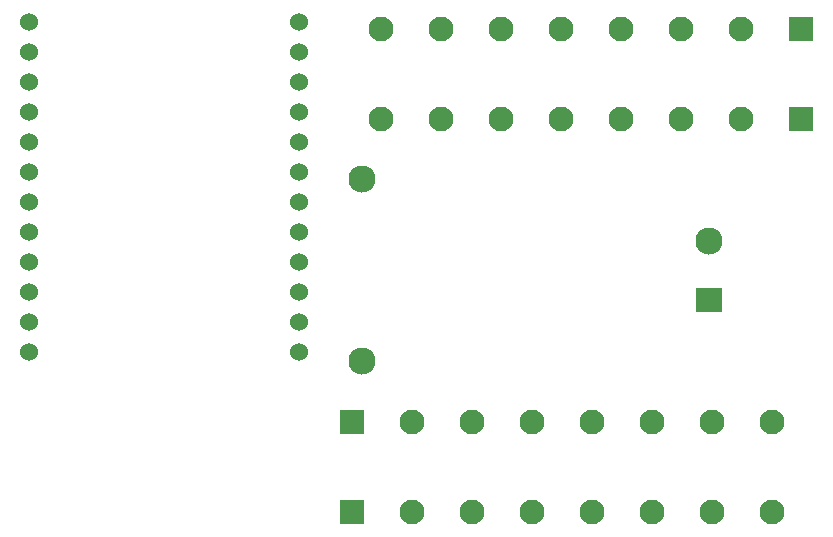
<source format=gbr>
%TF.GenerationSoftware,KiCad,Pcbnew,(6.0.10)*%
%TF.CreationDate,2022-12-26T22:41:12+13:00*%
%TF.ProjectId,esphome_shunt_monitor_ina226,65737068-6f6d-4655-9f73-68756e745f6d,rev?*%
%TF.SameCoordinates,Original*%
%TF.FileFunction,Soldermask,Top*%
%TF.FilePolarity,Negative*%
%FSLAX46Y46*%
G04 Gerber Fmt 4.6, Leading zero omitted, Abs format (unit mm)*
G04 Created by KiCad (PCBNEW (6.0.10)) date 2022-12-26 22:41:12*
%MOMM*%
%LPD*%
G01*
G04 APERTURE LIST*
%ADD10C,1.524000*%
%ADD11R,2.100000X2.100000*%
%ADD12C,2.100000*%
%ADD13C,2.300000*%
%ADD14R,2.300000X2.000000*%
G04 APERTURE END LIST*
D10*
%TO.C,TTGO1*%
X90742900Y-93827600D03*
X90742900Y-91287600D03*
X90742900Y-88747600D03*
X90742900Y-86207600D03*
X90742900Y-83667600D03*
X90742900Y-81127600D03*
X90742900Y-78587600D03*
X90742900Y-76047600D03*
X90742900Y-73507600D03*
X90742900Y-70967600D03*
X90742900Y-68427600D03*
X90742900Y-65887600D03*
X67882900Y-65887600D03*
X67882900Y-68427600D03*
X67882900Y-70967600D03*
X67882900Y-73507600D03*
X67882900Y-76047600D03*
X67882900Y-78587600D03*
X67882900Y-81127600D03*
X67882900Y-83667600D03*
X67882900Y-86207600D03*
X67882900Y-88747600D03*
X67882900Y-91287600D03*
X67882900Y-93827600D03*
%TD*%
D11*
%TO.C,J11*%
X133219200Y-74079900D03*
D12*
X128139200Y-74079900D03*
X123059200Y-74079900D03*
X117979200Y-74079900D03*
X112899200Y-74079900D03*
X107819200Y-74079900D03*
X102739200Y-74079900D03*
X97659200Y-74079900D03*
D11*
X133219200Y-66459900D03*
D12*
X128139200Y-66459900D03*
X123059200Y-66459900D03*
X117979200Y-66459900D03*
X112899200Y-66459900D03*
X107819200Y-66459900D03*
X102739200Y-66459900D03*
X97659200Y-66459900D03*
%TD*%
D11*
%TO.C,J1*%
X95228400Y-99757700D03*
D12*
X100308400Y-99757700D03*
X105388400Y-99757700D03*
X110468400Y-99757700D03*
X115548400Y-99757700D03*
X120628400Y-99757700D03*
X125708400Y-99757700D03*
X130788400Y-99757700D03*
D11*
X95228400Y-107377700D03*
D12*
X100308400Y-107377700D03*
X105388400Y-107377700D03*
X110468400Y-107377700D03*
X115548400Y-107377700D03*
X120628400Y-107377700D03*
X125708400Y-107377700D03*
X130788400Y-107377700D03*
%TD*%
D13*
%TO.C,PS1*%
X96076000Y-79208000D03*
X96076000Y-94608000D03*
X125476000Y-84408000D03*
D14*
X125476000Y-89408000D03*
%TD*%
M02*

</source>
